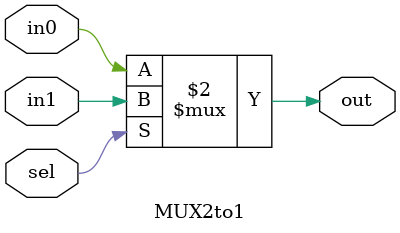
<source format=v>
`timescale 1ns / 1ps


module MUX2to1(input in0,in1, sel, output out);
    assign out = (sel==0)? in0:in1;
endmodule


</source>
